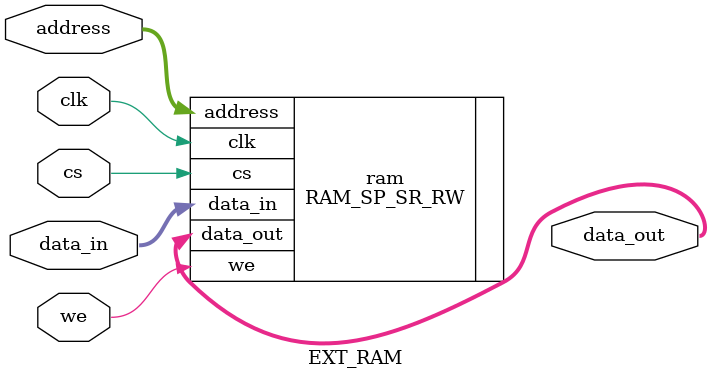
<source format=v>

module EXT_RAM #(
    parameter DATA_WIDTH = 8 ,
    parameter ADDR_WIDTH = 8 ,
    parameter RAM_DEPTH  = 1 << ADDR_WIDTH
)
(
    clk      , // Clock Input
    address  , // Address Input
    data_in  , // Data Input
    data_out , // Data Output
    we       , // Write Enable
    cs       , // Chip select
);

//--------------Input Ports-----------------------
input                  clk      ;
input                  cs       ;
input [ADDR_WIDTH-1:0] address  ;
input                  we       ;
input [DATA_WIDTH-1:0] data_in  ;

//--------------Output ports----------------------
output [DATA_WIDTH-1:0] data_out;

// Use generic RAM module
RAM_SP_SR_RW #(DATA_WIDTH, ADDR_WIDTH, RAM_DEPTH) ram (
    .clk(clk),
    .address(address),
    .data_in(data_in),
    .we(we),
    .data_out(data_out),
    .cs(cs)
);

endmodule

</source>
